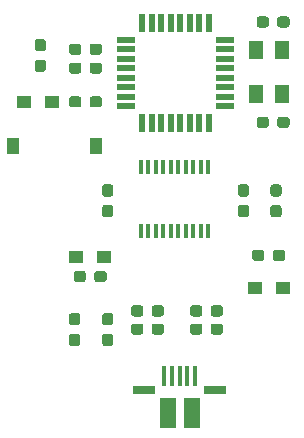
<source format=gbr>
%TF.GenerationSoftware,KiCad,Pcbnew,(5.1.6)-1*%
%TF.CreationDate,2020-07-15T15:52:09-04:00*%
%TF.ProjectId,Arduino Rev 2,41726475-696e-46f2-9052-657620322e6b,rev?*%
%TF.SameCoordinates,Original*%
%TF.FileFunction,Paste,Top*%
%TF.FilePolarity,Positive*%
%FSLAX46Y46*%
G04 Gerber Fmt 4.6, Leading zero omitted, Abs format (unit mm)*
G04 Created by KiCad (PCBNEW (5.1.6)-1) date 2020-07-15 15:52:09*
%MOMM*%
%LPD*%
G01*
G04 APERTURE LIST*
%ADD10R,1.250000X1.600000*%
%ADD11R,0.450000X1.250000*%
%ADD12R,0.550000X1.500000*%
%ADD13R,1.500000X0.550000*%
%ADD14R,1.000000X1.400000*%
%ADD15R,1.425000X2.500000*%
%ADD16R,1.825000X0.700000*%
%ADD17R,0.400000X1.750000*%
%ADD18R,1.250000X1.100000*%
G04 APERTURE END LIST*
%TO.C,C406*%
G36*
G01*
X156262500Y-115975000D02*
X156737500Y-115975000D01*
G75*
G02*
X156975000Y-116212500I0J-237500D01*
G01*
X156975000Y-116787500D01*
G75*
G02*
X156737500Y-117025000I-237500J0D01*
G01*
X156262500Y-117025000D01*
G75*
G02*
X156025000Y-116787500I0J237500D01*
G01*
X156025000Y-116212500D01*
G75*
G02*
X156262500Y-115975000I237500J0D01*
G01*
G37*
G36*
G01*
X156262500Y-114225000D02*
X156737500Y-114225000D01*
G75*
G02*
X156975000Y-114462500I0J-237500D01*
G01*
X156975000Y-115037500D01*
G75*
G02*
X156737500Y-115275000I-237500J0D01*
G01*
X156262500Y-115275000D01*
G75*
G02*
X156025000Y-115037500I0J237500D01*
G01*
X156025000Y-114462500D01*
G75*
G02*
X156262500Y-114225000I237500J0D01*
G01*
G37*
%TD*%
%TO.C,C202*%
G36*
G01*
X154275000Y-104162500D02*
X154275000Y-104637500D01*
G75*
G02*
X154037500Y-104875000I-237500J0D01*
G01*
X153462500Y-104875000D01*
G75*
G02*
X153225000Y-104637500I0J237500D01*
G01*
X153225000Y-104162500D01*
G75*
G02*
X153462500Y-103925000I237500J0D01*
G01*
X154037500Y-103925000D01*
G75*
G02*
X154275000Y-104162500I0J-237500D01*
G01*
G37*
G36*
G01*
X156025000Y-104162500D02*
X156025000Y-104637500D01*
G75*
G02*
X155787500Y-104875000I-237500J0D01*
G01*
X155212500Y-104875000D01*
G75*
G02*
X154975000Y-104637500I0J237500D01*
G01*
X154975000Y-104162500D01*
G75*
G02*
X155212500Y-103925000I237500J0D01*
G01*
X155787500Y-103925000D01*
G75*
G02*
X156025000Y-104162500I0J-237500D01*
G01*
G37*
%TD*%
%TO.C,C201*%
G36*
G01*
X154975000Y-103037500D02*
X154975000Y-102562500D01*
G75*
G02*
X155212500Y-102325000I237500J0D01*
G01*
X155787500Y-102325000D01*
G75*
G02*
X156025000Y-102562500I0J-237500D01*
G01*
X156025000Y-103037500D01*
G75*
G02*
X155787500Y-103275000I-237500J0D01*
G01*
X155212500Y-103275000D01*
G75*
G02*
X154975000Y-103037500I0J237500D01*
G01*
G37*
G36*
G01*
X153225000Y-103037500D02*
X153225000Y-102562500D01*
G75*
G02*
X153462500Y-102325000I237500J0D01*
G01*
X154037500Y-102325000D01*
G75*
G02*
X154275000Y-102562500I0J-237500D01*
G01*
X154275000Y-103037500D01*
G75*
G02*
X154037500Y-103275000I-237500J0D01*
G01*
X153462500Y-103275000D01*
G75*
G02*
X153225000Y-103037500I0J237500D01*
G01*
G37*
%TD*%
D10*
%TO.C,Y301*%
X169080000Y-106590000D03*
X169080000Y-102890000D03*
X171280000Y-102890000D03*
X171280000Y-106590000D03*
%TD*%
D11*
%TO.C,U401*%
X159320000Y-112800000D03*
X159955000Y-112800000D03*
X160590000Y-112800000D03*
X161225000Y-112800000D03*
X165035000Y-112800000D03*
X164400000Y-112800000D03*
X163765000Y-112800000D03*
X163130000Y-112800000D03*
X162495000Y-112800000D03*
X161860000Y-112800000D03*
X165035000Y-118159400D03*
X164400000Y-118159400D03*
X163765000Y-118159400D03*
X163130000Y-118159400D03*
X159320000Y-118159400D03*
X159955000Y-118159400D03*
X160590000Y-118159400D03*
X161225000Y-118159400D03*
X161860000Y-118159400D03*
X162495000Y-118159400D03*
%TD*%
D12*
%TO.C,U201*%
X165050000Y-109000000D03*
X164250000Y-109000000D03*
X163450000Y-109000000D03*
X162650000Y-109000000D03*
X161850000Y-109000000D03*
X161050000Y-109000000D03*
X160250000Y-109000000D03*
X159450000Y-109000000D03*
D13*
X158050000Y-107600000D03*
X158050000Y-106800000D03*
X158050000Y-106000000D03*
X158050000Y-105200000D03*
X158050000Y-104400000D03*
X158050000Y-103600000D03*
X158050000Y-102800000D03*
X158050000Y-102000000D03*
D12*
X159450000Y-100600000D03*
X160250000Y-100600000D03*
X161050000Y-100600000D03*
X161850000Y-100600000D03*
X162650000Y-100600000D03*
X163450000Y-100600000D03*
X164250000Y-100600000D03*
D13*
X166450000Y-102000000D03*
X166450000Y-102800000D03*
X166450000Y-103600000D03*
X166450000Y-104400000D03*
X166450000Y-105200000D03*
X166450000Y-106000000D03*
X166450000Y-106800000D03*
X166450000Y-107600000D03*
D12*
X165050000Y-100600000D03*
%TD*%
D14*
%TO.C,S501*%
X155500000Y-111000000D03*
X148500000Y-111000000D03*
%TD*%
%TO.C,R501*%
G36*
G01*
X154975000Y-107487500D02*
X154975000Y-107012500D01*
G75*
G02*
X155212500Y-106775000I237500J0D01*
G01*
X155787500Y-106775000D01*
G75*
G02*
X156025000Y-107012500I0J-237500D01*
G01*
X156025000Y-107487500D01*
G75*
G02*
X155787500Y-107725000I-237500J0D01*
G01*
X155212500Y-107725000D01*
G75*
G02*
X154975000Y-107487500I0J237500D01*
G01*
G37*
G36*
G01*
X153225000Y-107487500D02*
X153225000Y-107012500D01*
G75*
G02*
X153462500Y-106775000I237500J0D01*
G01*
X154037500Y-106775000D01*
G75*
G02*
X154275000Y-107012500I0J-237500D01*
G01*
X154275000Y-107487500D01*
G75*
G02*
X154037500Y-107725000I-237500J0D01*
G01*
X153462500Y-107725000D01*
G75*
G02*
X153225000Y-107487500I0J237500D01*
G01*
G37*
%TD*%
%TO.C,R403*%
G36*
G01*
X169775000Y-120012500D02*
X169775000Y-120487500D01*
G75*
G02*
X169537500Y-120725000I-237500J0D01*
G01*
X168962500Y-120725000D01*
G75*
G02*
X168725000Y-120487500I0J237500D01*
G01*
X168725000Y-120012500D01*
G75*
G02*
X168962500Y-119775000I237500J0D01*
G01*
X169537500Y-119775000D01*
G75*
G02*
X169775000Y-120012500I0J-237500D01*
G01*
G37*
G36*
G01*
X171525000Y-120012500D02*
X171525000Y-120487500D01*
G75*
G02*
X171287500Y-120725000I-237500J0D01*
G01*
X170712500Y-120725000D01*
G75*
G02*
X170475000Y-120487500I0J237500D01*
G01*
X170475000Y-120012500D01*
G75*
G02*
X170712500Y-119775000I237500J0D01*
G01*
X171287500Y-119775000D01*
G75*
G02*
X171525000Y-120012500I0J-237500D01*
G01*
G37*
%TD*%
%TO.C,R402*%
G36*
G01*
X160225000Y-125187500D02*
X160225000Y-124712500D01*
G75*
G02*
X160462500Y-124475000I237500J0D01*
G01*
X161037500Y-124475000D01*
G75*
G02*
X161275000Y-124712500I0J-237500D01*
G01*
X161275000Y-125187500D01*
G75*
G02*
X161037500Y-125425000I-237500J0D01*
G01*
X160462500Y-125425000D01*
G75*
G02*
X160225000Y-125187500I0J237500D01*
G01*
G37*
G36*
G01*
X158475000Y-125187500D02*
X158475000Y-124712500D01*
G75*
G02*
X158712500Y-124475000I237500J0D01*
G01*
X159287500Y-124475000D01*
G75*
G02*
X159525000Y-124712500I0J-237500D01*
G01*
X159525000Y-125187500D01*
G75*
G02*
X159287500Y-125425000I-237500J0D01*
G01*
X158712500Y-125425000D01*
G75*
G02*
X158475000Y-125187500I0J237500D01*
G01*
G37*
%TD*%
%TO.C,R401*%
G36*
G01*
X164525000Y-124712500D02*
X164525000Y-125187500D01*
G75*
G02*
X164287500Y-125425000I-237500J0D01*
G01*
X163712500Y-125425000D01*
G75*
G02*
X163475000Y-125187500I0J237500D01*
G01*
X163475000Y-124712500D01*
G75*
G02*
X163712500Y-124475000I237500J0D01*
G01*
X164287500Y-124475000D01*
G75*
G02*
X164525000Y-124712500I0J-237500D01*
G01*
G37*
G36*
G01*
X166275000Y-124712500D02*
X166275000Y-125187500D01*
G75*
G02*
X166037500Y-125425000I-237500J0D01*
G01*
X165462500Y-125425000D01*
G75*
G02*
X165225000Y-125187500I0J237500D01*
G01*
X165225000Y-124712500D01*
G75*
G02*
X165462500Y-124475000I237500J0D01*
G01*
X166037500Y-124475000D01*
G75*
G02*
X166275000Y-124712500I0J-237500D01*
G01*
G37*
%TD*%
%TO.C,R202*%
G36*
G01*
X150562500Y-103675000D02*
X151037500Y-103675000D01*
G75*
G02*
X151275000Y-103912500I0J-237500D01*
G01*
X151275000Y-104487500D01*
G75*
G02*
X151037500Y-104725000I-237500J0D01*
G01*
X150562500Y-104725000D01*
G75*
G02*
X150325000Y-104487500I0J237500D01*
G01*
X150325000Y-103912500D01*
G75*
G02*
X150562500Y-103675000I237500J0D01*
G01*
G37*
G36*
G01*
X150562500Y-101925000D02*
X151037500Y-101925000D01*
G75*
G02*
X151275000Y-102162500I0J-237500D01*
G01*
X151275000Y-102737500D01*
G75*
G02*
X151037500Y-102975000I-237500J0D01*
G01*
X150562500Y-102975000D01*
G75*
G02*
X150325000Y-102737500I0J237500D01*
G01*
X150325000Y-102162500D01*
G75*
G02*
X150562500Y-101925000I237500J0D01*
G01*
G37*
%TD*%
%TO.C,R201*%
G36*
G01*
X155365000Y-122277500D02*
X155365000Y-121802500D01*
G75*
G02*
X155602500Y-121565000I237500J0D01*
G01*
X156177500Y-121565000D01*
G75*
G02*
X156415000Y-121802500I0J-237500D01*
G01*
X156415000Y-122277500D01*
G75*
G02*
X156177500Y-122515000I-237500J0D01*
G01*
X155602500Y-122515000D01*
G75*
G02*
X155365000Y-122277500I0J237500D01*
G01*
G37*
G36*
G01*
X153615000Y-122277500D02*
X153615000Y-121802500D01*
G75*
G02*
X153852500Y-121565000I237500J0D01*
G01*
X154427500Y-121565000D01*
G75*
G02*
X154665000Y-121802500I0J-237500D01*
G01*
X154665000Y-122277500D01*
G75*
G02*
X154427500Y-122515000I-237500J0D01*
G01*
X153852500Y-122515000D01*
G75*
G02*
X153615000Y-122277500I0J237500D01*
G01*
G37*
%TD*%
D15*
%TO.C,J401*%
X161600000Y-133575000D03*
D16*
X165590000Y-131615000D03*
D17*
X163900000Y-130500000D03*
X163250000Y-130500000D03*
X162600000Y-130500000D03*
X161950000Y-130500000D03*
X161300000Y-130500000D03*
D16*
X159610000Y-131615000D03*
D15*
X163600000Y-133575000D03*
%TD*%
%TO.C,FB401*%
G36*
G01*
X156262500Y-126875000D02*
X156737500Y-126875000D01*
G75*
G02*
X156975000Y-127112500I0J-237500D01*
G01*
X156975000Y-127687500D01*
G75*
G02*
X156737500Y-127925000I-237500J0D01*
G01*
X156262500Y-127925000D01*
G75*
G02*
X156025000Y-127687500I0J237500D01*
G01*
X156025000Y-127112500D01*
G75*
G02*
X156262500Y-126875000I237500J0D01*
G01*
G37*
G36*
G01*
X156262500Y-125125000D02*
X156737500Y-125125000D01*
G75*
G02*
X156975000Y-125362500I0J-237500D01*
G01*
X156975000Y-125937500D01*
G75*
G02*
X156737500Y-126175000I-237500J0D01*
G01*
X156262500Y-126175000D01*
G75*
G02*
X156025000Y-125937500I0J237500D01*
G01*
X156025000Y-125362500D01*
G75*
G02*
X156262500Y-125125000I237500J0D01*
G01*
G37*
%TD*%
D18*
%TO.C,D401*%
X169000000Y-123000000D03*
X171350000Y-123000000D03*
%TD*%
%TO.C,D202*%
X151810000Y-107250000D03*
X149460000Y-107250000D03*
%TD*%
%TO.C,D201*%
X156190000Y-120360000D03*
X153840000Y-120360000D03*
%TD*%
%TO.C,C405*%
G36*
G01*
X167762500Y-115975000D02*
X168237500Y-115975000D01*
G75*
G02*
X168475000Y-116212500I0J-237500D01*
G01*
X168475000Y-116787500D01*
G75*
G02*
X168237500Y-117025000I-237500J0D01*
G01*
X167762500Y-117025000D01*
G75*
G02*
X167525000Y-116787500I0J237500D01*
G01*
X167525000Y-116212500D01*
G75*
G02*
X167762500Y-115975000I237500J0D01*
G01*
G37*
G36*
G01*
X167762500Y-114225000D02*
X168237500Y-114225000D01*
G75*
G02*
X168475000Y-114462500I0J-237500D01*
G01*
X168475000Y-115037500D01*
G75*
G02*
X168237500Y-115275000I-237500J0D01*
G01*
X167762500Y-115275000D01*
G75*
G02*
X167525000Y-115037500I0J237500D01*
G01*
X167525000Y-114462500D01*
G75*
G02*
X167762500Y-114225000I237500J0D01*
G01*
G37*
%TD*%
%TO.C,C404*%
G36*
G01*
X170512500Y-115975000D02*
X170987500Y-115975000D01*
G75*
G02*
X171225000Y-116212500I0J-237500D01*
G01*
X171225000Y-116787500D01*
G75*
G02*
X170987500Y-117025000I-237500J0D01*
G01*
X170512500Y-117025000D01*
G75*
G02*
X170275000Y-116787500I0J237500D01*
G01*
X170275000Y-116212500D01*
G75*
G02*
X170512500Y-115975000I237500J0D01*
G01*
G37*
G36*
G01*
X170512500Y-114225000D02*
X170987500Y-114225000D01*
G75*
G02*
X171225000Y-114462500I0J-237500D01*
G01*
X171225000Y-115037500D01*
G75*
G02*
X170987500Y-115275000I-237500J0D01*
G01*
X170512500Y-115275000D01*
G75*
G02*
X170275000Y-115037500I0J237500D01*
G01*
X170275000Y-114462500D01*
G75*
G02*
X170512500Y-114225000I237500J0D01*
G01*
G37*
%TD*%
%TO.C,C403*%
G36*
G01*
X159525000Y-126262500D02*
X159525000Y-126737500D01*
G75*
G02*
X159287500Y-126975000I-237500J0D01*
G01*
X158712500Y-126975000D01*
G75*
G02*
X158475000Y-126737500I0J237500D01*
G01*
X158475000Y-126262500D01*
G75*
G02*
X158712500Y-126025000I237500J0D01*
G01*
X159287500Y-126025000D01*
G75*
G02*
X159525000Y-126262500I0J-237500D01*
G01*
G37*
G36*
G01*
X161275000Y-126262500D02*
X161275000Y-126737500D01*
G75*
G02*
X161037500Y-126975000I-237500J0D01*
G01*
X160462500Y-126975000D01*
G75*
G02*
X160225000Y-126737500I0J237500D01*
G01*
X160225000Y-126262500D01*
G75*
G02*
X160462500Y-126025000I237500J0D01*
G01*
X161037500Y-126025000D01*
G75*
G02*
X161275000Y-126262500I0J-237500D01*
G01*
G37*
%TD*%
%TO.C,C402*%
G36*
G01*
X165225000Y-126737500D02*
X165225000Y-126262500D01*
G75*
G02*
X165462500Y-126025000I237500J0D01*
G01*
X166037500Y-126025000D01*
G75*
G02*
X166275000Y-126262500I0J-237500D01*
G01*
X166275000Y-126737500D01*
G75*
G02*
X166037500Y-126975000I-237500J0D01*
G01*
X165462500Y-126975000D01*
G75*
G02*
X165225000Y-126737500I0J237500D01*
G01*
G37*
G36*
G01*
X163475000Y-126737500D02*
X163475000Y-126262500D01*
G75*
G02*
X163712500Y-126025000I237500J0D01*
G01*
X164287500Y-126025000D01*
G75*
G02*
X164525000Y-126262500I0J-237500D01*
G01*
X164525000Y-126737500D01*
G75*
G02*
X164287500Y-126975000I-237500J0D01*
G01*
X163712500Y-126975000D01*
G75*
G02*
X163475000Y-126737500I0J237500D01*
G01*
G37*
%TD*%
%TO.C,C401*%
G36*
G01*
X153462500Y-126875000D02*
X153937500Y-126875000D01*
G75*
G02*
X154175000Y-127112500I0J-237500D01*
G01*
X154175000Y-127687500D01*
G75*
G02*
X153937500Y-127925000I-237500J0D01*
G01*
X153462500Y-127925000D01*
G75*
G02*
X153225000Y-127687500I0J237500D01*
G01*
X153225000Y-127112500D01*
G75*
G02*
X153462500Y-126875000I237500J0D01*
G01*
G37*
G36*
G01*
X153462500Y-125125000D02*
X153937500Y-125125000D01*
G75*
G02*
X154175000Y-125362500I0J-237500D01*
G01*
X154175000Y-125937500D01*
G75*
G02*
X153937500Y-126175000I-237500J0D01*
G01*
X153462500Y-126175000D01*
G75*
G02*
X153225000Y-125937500I0J237500D01*
G01*
X153225000Y-125362500D01*
G75*
G02*
X153462500Y-125125000I237500J0D01*
G01*
G37*
%TD*%
%TO.C,C302*%
G36*
G01*
X170855000Y-100727500D02*
X170855000Y-100252500D01*
G75*
G02*
X171092500Y-100015000I237500J0D01*
G01*
X171667500Y-100015000D01*
G75*
G02*
X171905000Y-100252500I0J-237500D01*
G01*
X171905000Y-100727500D01*
G75*
G02*
X171667500Y-100965000I-237500J0D01*
G01*
X171092500Y-100965000D01*
G75*
G02*
X170855000Y-100727500I0J237500D01*
G01*
G37*
G36*
G01*
X169105000Y-100727500D02*
X169105000Y-100252500D01*
G75*
G02*
X169342500Y-100015000I237500J0D01*
G01*
X169917500Y-100015000D01*
G75*
G02*
X170155000Y-100252500I0J-237500D01*
G01*
X170155000Y-100727500D01*
G75*
G02*
X169917500Y-100965000I-237500J0D01*
G01*
X169342500Y-100965000D01*
G75*
G02*
X169105000Y-100727500I0J237500D01*
G01*
G37*
%TD*%
%TO.C,C301*%
G36*
G01*
X170155000Y-108752500D02*
X170155000Y-109227500D01*
G75*
G02*
X169917500Y-109465000I-237500J0D01*
G01*
X169342500Y-109465000D01*
G75*
G02*
X169105000Y-109227500I0J237500D01*
G01*
X169105000Y-108752500D01*
G75*
G02*
X169342500Y-108515000I237500J0D01*
G01*
X169917500Y-108515000D01*
G75*
G02*
X170155000Y-108752500I0J-237500D01*
G01*
G37*
G36*
G01*
X171905000Y-108752500D02*
X171905000Y-109227500D01*
G75*
G02*
X171667500Y-109465000I-237500J0D01*
G01*
X171092500Y-109465000D01*
G75*
G02*
X170855000Y-109227500I0J237500D01*
G01*
X170855000Y-108752500D01*
G75*
G02*
X171092500Y-108515000I237500J0D01*
G01*
X171667500Y-108515000D01*
G75*
G02*
X171905000Y-108752500I0J-237500D01*
G01*
G37*
%TD*%
M02*

</source>
